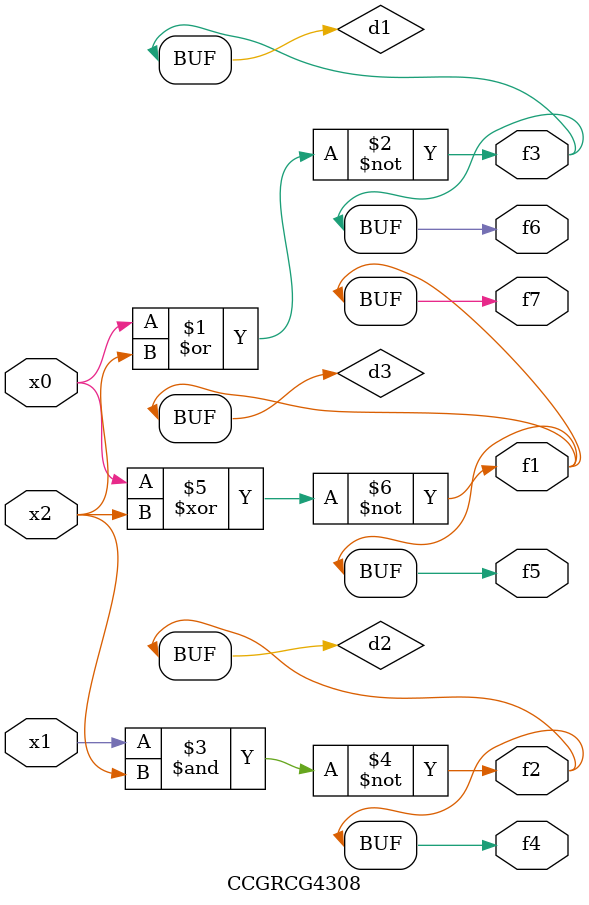
<source format=v>
module CCGRCG4308(
	input x0, x1, x2,
	output f1, f2, f3, f4, f5, f6, f7
);

	wire d1, d2, d3;

	nor (d1, x0, x2);
	nand (d2, x1, x2);
	xnor (d3, x0, x2);
	assign f1 = d3;
	assign f2 = d2;
	assign f3 = d1;
	assign f4 = d2;
	assign f5 = d3;
	assign f6 = d1;
	assign f7 = d3;
endmodule

</source>
